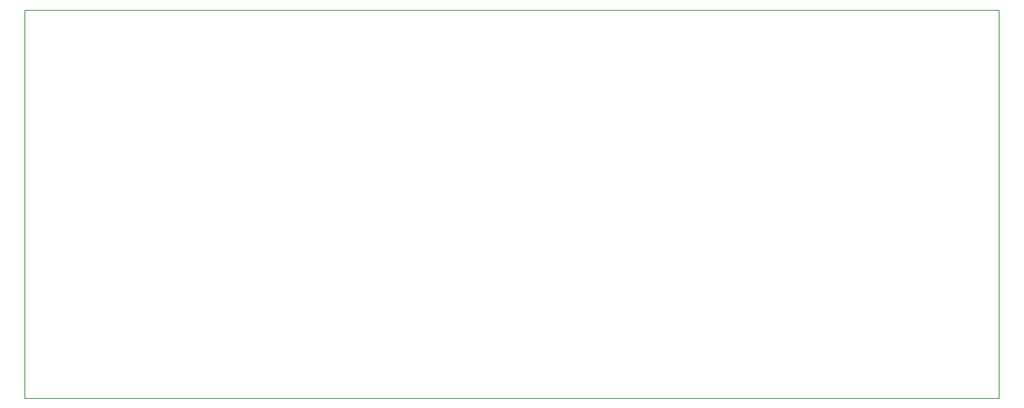
<source format=gbr>
%TF.GenerationSoftware,KiCad,Pcbnew,(6.0.0-0)*%
%TF.CreationDate,2022-01-25T13:08:08-05:00*%
%TF.ProjectId,EEPROM-Board,45455052-4f4d-42d4-926f-6172642e6b69,rev?*%
%TF.SameCoordinates,Original*%
%TF.FileFunction,Profile,NP*%
%FSLAX46Y46*%
G04 Gerber Fmt 4.6, Leading zero omitted, Abs format (unit mm)*
G04 Created by KiCad (PCBNEW (6.0.0-0)) date 2022-01-25 13:08:08*
%MOMM*%
%LPD*%
G01*
G04 APERTURE LIST*
%TA.AperFunction,Profile*%
%ADD10C,0.100000*%
%TD*%
G04 APERTURE END LIST*
D10*
X101854000Y-40132000D02*
X209550000Y-40132000D01*
X209550000Y-40132000D02*
X209550000Y-83058000D01*
X209550000Y-83058000D02*
X101854000Y-83058000D01*
X101854000Y-83058000D02*
X101854000Y-40132000D01*
M02*

</source>
